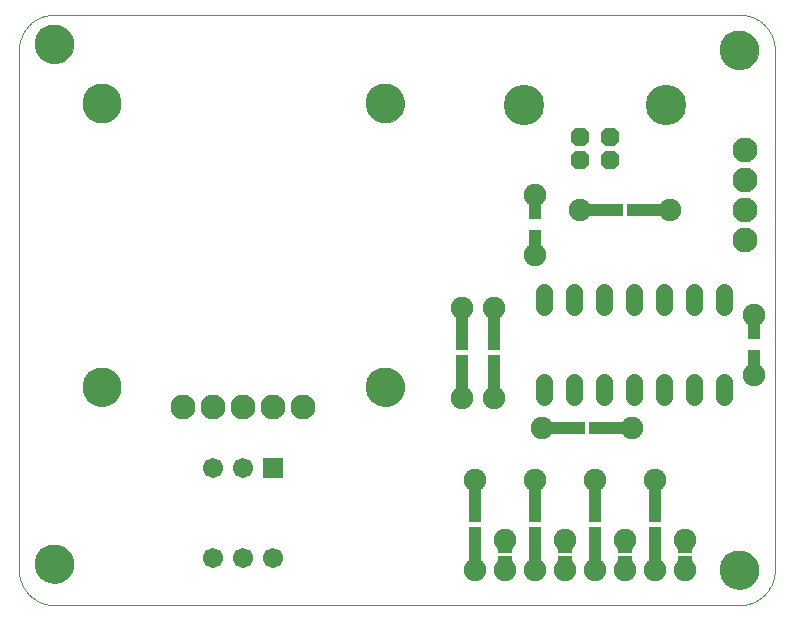
<source format=gts>
G75*
%MOIN*%
%OFA0B0*%
%FSLAX25Y25*%
%IPPOS*%
%LPD*%
%AMOC8*
5,1,8,0,0,1.08239X$1,22.5*
%
%ADD10C,0.00000*%
%ADD11C,0.12998*%
%ADD12R,0.04337X0.10636*%
%ADD13C,0.07487*%
%ADD14C,0.05600*%
%ADD15R,0.12998X0.04337*%
%ADD16OC8,0.06140*%
%ADD17C,0.13455*%
%ADD18R,0.04337X0.12998*%
%ADD19R,0.05124X0.03550*%
%ADD20C,0.08274*%
%ADD21R,0.06699X0.06699*%
%ADD22C,0.06699*%
D10*
X0015606Y0017535D02*
X0015606Y0190764D01*
X0015609Y0191049D01*
X0015620Y0191335D01*
X0015637Y0191620D01*
X0015661Y0191904D01*
X0015692Y0192188D01*
X0015730Y0192471D01*
X0015775Y0192752D01*
X0015826Y0193033D01*
X0015884Y0193313D01*
X0015949Y0193591D01*
X0016021Y0193867D01*
X0016099Y0194141D01*
X0016184Y0194414D01*
X0016276Y0194684D01*
X0016374Y0194952D01*
X0016478Y0195218D01*
X0016589Y0195481D01*
X0016706Y0195741D01*
X0016829Y0195999D01*
X0016959Y0196253D01*
X0017095Y0196504D01*
X0017236Y0196752D01*
X0017384Y0196996D01*
X0017537Y0197237D01*
X0017697Y0197473D01*
X0017862Y0197706D01*
X0018032Y0197935D01*
X0018208Y0198160D01*
X0018390Y0198380D01*
X0018576Y0198596D01*
X0018768Y0198807D01*
X0018965Y0199014D01*
X0019167Y0199216D01*
X0019374Y0199413D01*
X0019585Y0199605D01*
X0019801Y0199791D01*
X0020021Y0199973D01*
X0020246Y0200149D01*
X0020475Y0200319D01*
X0020708Y0200484D01*
X0020944Y0200644D01*
X0021185Y0200797D01*
X0021429Y0200945D01*
X0021677Y0201086D01*
X0021928Y0201222D01*
X0022182Y0201352D01*
X0022440Y0201475D01*
X0022700Y0201592D01*
X0022963Y0201703D01*
X0023229Y0201807D01*
X0023497Y0201905D01*
X0023767Y0201997D01*
X0024040Y0202082D01*
X0024314Y0202160D01*
X0024590Y0202232D01*
X0024868Y0202297D01*
X0025148Y0202355D01*
X0025429Y0202406D01*
X0025710Y0202451D01*
X0025993Y0202489D01*
X0026277Y0202520D01*
X0026561Y0202544D01*
X0026846Y0202561D01*
X0027132Y0202572D01*
X0027417Y0202575D01*
X0255764Y0202575D01*
X0249465Y0190764D02*
X0249467Y0190922D01*
X0249473Y0191080D01*
X0249483Y0191238D01*
X0249497Y0191396D01*
X0249515Y0191553D01*
X0249536Y0191710D01*
X0249562Y0191866D01*
X0249592Y0192022D01*
X0249625Y0192177D01*
X0249663Y0192330D01*
X0249704Y0192483D01*
X0249749Y0192635D01*
X0249798Y0192786D01*
X0249851Y0192935D01*
X0249907Y0193083D01*
X0249967Y0193229D01*
X0250031Y0193374D01*
X0250099Y0193517D01*
X0250170Y0193659D01*
X0250244Y0193799D01*
X0250322Y0193936D01*
X0250404Y0194072D01*
X0250488Y0194206D01*
X0250577Y0194337D01*
X0250668Y0194466D01*
X0250763Y0194593D01*
X0250860Y0194718D01*
X0250961Y0194840D01*
X0251065Y0194959D01*
X0251172Y0195076D01*
X0251282Y0195190D01*
X0251395Y0195301D01*
X0251510Y0195410D01*
X0251628Y0195515D01*
X0251749Y0195617D01*
X0251872Y0195717D01*
X0251998Y0195813D01*
X0252126Y0195906D01*
X0252256Y0195996D01*
X0252389Y0196082D01*
X0252524Y0196166D01*
X0252660Y0196245D01*
X0252799Y0196322D01*
X0252940Y0196394D01*
X0253082Y0196464D01*
X0253226Y0196529D01*
X0253372Y0196591D01*
X0253519Y0196649D01*
X0253668Y0196704D01*
X0253818Y0196755D01*
X0253969Y0196802D01*
X0254121Y0196845D01*
X0254274Y0196884D01*
X0254429Y0196920D01*
X0254584Y0196951D01*
X0254740Y0196979D01*
X0254896Y0197003D01*
X0255053Y0197023D01*
X0255211Y0197039D01*
X0255368Y0197051D01*
X0255527Y0197059D01*
X0255685Y0197063D01*
X0255843Y0197063D01*
X0256001Y0197059D01*
X0256160Y0197051D01*
X0256317Y0197039D01*
X0256475Y0197023D01*
X0256632Y0197003D01*
X0256788Y0196979D01*
X0256944Y0196951D01*
X0257099Y0196920D01*
X0257254Y0196884D01*
X0257407Y0196845D01*
X0257559Y0196802D01*
X0257710Y0196755D01*
X0257860Y0196704D01*
X0258009Y0196649D01*
X0258156Y0196591D01*
X0258302Y0196529D01*
X0258446Y0196464D01*
X0258588Y0196394D01*
X0258729Y0196322D01*
X0258868Y0196245D01*
X0259004Y0196166D01*
X0259139Y0196082D01*
X0259272Y0195996D01*
X0259402Y0195906D01*
X0259530Y0195813D01*
X0259656Y0195717D01*
X0259779Y0195617D01*
X0259900Y0195515D01*
X0260018Y0195410D01*
X0260133Y0195301D01*
X0260246Y0195190D01*
X0260356Y0195076D01*
X0260463Y0194959D01*
X0260567Y0194840D01*
X0260668Y0194718D01*
X0260765Y0194593D01*
X0260860Y0194466D01*
X0260951Y0194337D01*
X0261040Y0194206D01*
X0261124Y0194072D01*
X0261206Y0193936D01*
X0261284Y0193799D01*
X0261358Y0193659D01*
X0261429Y0193517D01*
X0261497Y0193374D01*
X0261561Y0193229D01*
X0261621Y0193083D01*
X0261677Y0192935D01*
X0261730Y0192786D01*
X0261779Y0192635D01*
X0261824Y0192483D01*
X0261865Y0192330D01*
X0261903Y0192177D01*
X0261936Y0192022D01*
X0261966Y0191866D01*
X0261992Y0191710D01*
X0262013Y0191553D01*
X0262031Y0191396D01*
X0262045Y0191238D01*
X0262055Y0191080D01*
X0262061Y0190922D01*
X0262063Y0190764D01*
X0262061Y0190606D01*
X0262055Y0190448D01*
X0262045Y0190290D01*
X0262031Y0190132D01*
X0262013Y0189975D01*
X0261992Y0189818D01*
X0261966Y0189662D01*
X0261936Y0189506D01*
X0261903Y0189351D01*
X0261865Y0189198D01*
X0261824Y0189045D01*
X0261779Y0188893D01*
X0261730Y0188742D01*
X0261677Y0188593D01*
X0261621Y0188445D01*
X0261561Y0188299D01*
X0261497Y0188154D01*
X0261429Y0188011D01*
X0261358Y0187869D01*
X0261284Y0187729D01*
X0261206Y0187592D01*
X0261124Y0187456D01*
X0261040Y0187322D01*
X0260951Y0187191D01*
X0260860Y0187062D01*
X0260765Y0186935D01*
X0260668Y0186810D01*
X0260567Y0186688D01*
X0260463Y0186569D01*
X0260356Y0186452D01*
X0260246Y0186338D01*
X0260133Y0186227D01*
X0260018Y0186118D01*
X0259900Y0186013D01*
X0259779Y0185911D01*
X0259656Y0185811D01*
X0259530Y0185715D01*
X0259402Y0185622D01*
X0259272Y0185532D01*
X0259139Y0185446D01*
X0259004Y0185362D01*
X0258868Y0185283D01*
X0258729Y0185206D01*
X0258588Y0185134D01*
X0258446Y0185064D01*
X0258302Y0184999D01*
X0258156Y0184937D01*
X0258009Y0184879D01*
X0257860Y0184824D01*
X0257710Y0184773D01*
X0257559Y0184726D01*
X0257407Y0184683D01*
X0257254Y0184644D01*
X0257099Y0184608D01*
X0256944Y0184577D01*
X0256788Y0184549D01*
X0256632Y0184525D01*
X0256475Y0184505D01*
X0256317Y0184489D01*
X0256160Y0184477D01*
X0256001Y0184469D01*
X0255843Y0184465D01*
X0255685Y0184465D01*
X0255527Y0184469D01*
X0255368Y0184477D01*
X0255211Y0184489D01*
X0255053Y0184505D01*
X0254896Y0184525D01*
X0254740Y0184549D01*
X0254584Y0184577D01*
X0254429Y0184608D01*
X0254274Y0184644D01*
X0254121Y0184683D01*
X0253969Y0184726D01*
X0253818Y0184773D01*
X0253668Y0184824D01*
X0253519Y0184879D01*
X0253372Y0184937D01*
X0253226Y0184999D01*
X0253082Y0185064D01*
X0252940Y0185134D01*
X0252799Y0185206D01*
X0252660Y0185283D01*
X0252524Y0185362D01*
X0252389Y0185446D01*
X0252256Y0185532D01*
X0252126Y0185622D01*
X0251998Y0185715D01*
X0251872Y0185811D01*
X0251749Y0185911D01*
X0251628Y0186013D01*
X0251510Y0186118D01*
X0251395Y0186227D01*
X0251282Y0186338D01*
X0251172Y0186452D01*
X0251065Y0186569D01*
X0250961Y0186688D01*
X0250860Y0186810D01*
X0250763Y0186935D01*
X0250668Y0187062D01*
X0250577Y0187191D01*
X0250488Y0187322D01*
X0250404Y0187456D01*
X0250322Y0187592D01*
X0250244Y0187729D01*
X0250170Y0187869D01*
X0250099Y0188011D01*
X0250031Y0188154D01*
X0249967Y0188299D01*
X0249907Y0188445D01*
X0249851Y0188593D01*
X0249798Y0188742D01*
X0249749Y0188893D01*
X0249704Y0189045D01*
X0249663Y0189198D01*
X0249625Y0189351D01*
X0249592Y0189506D01*
X0249562Y0189662D01*
X0249536Y0189818D01*
X0249515Y0189975D01*
X0249497Y0190132D01*
X0249483Y0190290D01*
X0249473Y0190448D01*
X0249467Y0190606D01*
X0249465Y0190764D01*
X0255764Y0202575D02*
X0256049Y0202572D01*
X0256335Y0202561D01*
X0256620Y0202544D01*
X0256904Y0202520D01*
X0257188Y0202489D01*
X0257471Y0202451D01*
X0257752Y0202406D01*
X0258033Y0202355D01*
X0258313Y0202297D01*
X0258591Y0202232D01*
X0258867Y0202160D01*
X0259141Y0202082D01*
X0259414Y0201997D01*
X0259684Y0201905D01*
X0259952Y0201807D01*
X0260218Y0201703D01*
X0260481Y0201592D01*
X0260741Y0201475D01*
X0260999Y0201352D01*
X0261253Y0201222D01*
X0261504Y0201086D01*
X0261752Y0200945D01*
X0261996Y0200797D01*
X0262237Y0200644D01*
X0262473Y0200484D01*
X0262706Y0200319D01*
X0262935Y0200149D01*
X0263160Y0199973D01*
X0263380Y0199791D01*
X0263596Y0199605D01*
X0263807Y0199413D01*
X0264014Y0199216D01*
X0264216Y0199014D01*
X0264413Y0198807D01*
X0264605Y0198596D01*
X0264791Y0198380D01*
X0264973Y0198160D01*
X0265149Y0197935D01*
X0265319Y0197706D01*
X0265484Y0197473D01*
X0265644Y0197237D01*
X0265797Y0196996D01*
X0265945Y0196752D01*
X0266086Y0196504D01*
X0266222Y0196253D01*
X0266352Y0195999D01*
X0266475Y0195741D01*
X0266592Y0195481D01*
X0266703Y0195218D01*
X0266807Y0194952D01*
X0266905Y0194684D01*
X0266997Y0194414D01*
X0267082Y0194141D01*
X0267160Y0193867D01*
X0267232Y0193591D01*
X0267297Y0193313D01*
X0267355Y0193033D01*
X0267406Y0192752D01*
X0267451Y0192471D01*
X0267489Y0192188D01*
X0267520Y0191904D01*
X0267544Y0191620D01*
X0267561Y0191335D01*
X0267572Y0191049D01*
X0267575Y0190764D01*
X0267575Y0017535D01*
X0249465Y0017535D02*
X0249467Y0017693D01*
X0249473Y0017851D01*
X0249483Y0018009D01*
X0249497Y0018167D01*
X0249515Y0018324D01*
X0249536Y0018481D01*
X0249562Y0018637D01*
X0249592Y0018793D01*
X0249625Y0018948D01*
X0249663Y0019101D01*
X0249704Y0019254D01*
X0249749Y0019406D01*
X0249798Y0019557D01*
X0249851Y0019706D01*
X0249907Y0019854D01*
X0249967Y0020000D01*
X0250031Y0020145D01*
X0250099Y0020288D01*
X0250170Y0020430D01*
X0250244Y0020570D01*
X0250322Y0020707D01*
X0250404Y0020843D01*
X0250488Y0020977D01*
X0250577Y0021108D01*
X0250668Y0021237D01*
X0250763Y0021364D01*
X0250860Y0021489D01*
X0250961Y0021611D01*
X0251065Y0021730D01*
X0251172Y0021847D01*
X0251282Y0021961D01*
X0251395Y0022072D01*
X0251510Y0022181D01*
X0251628Y0022286D01*
X0251749Y0022388D01*
X0251872Y0022488D01*
X0251998Y0022584D01*
X0252126Y0022677D01*
X0252256Y0022767D01*
X0252389Y0022853D01*
X0252524Y0022937D01*
X0252660Y0023016D01*
X0252799Y0023093D01*
X0252940Y0023165D01*
X0253082Y0023235D01*
X0253226Y0023300D01*
X0253372Y0023362D01*
X0253519Y0023420D01*
X0253668Y0023475D01*
X0253818Y0023526D01*
X0253969Y0023573D01*
X0254121Y0023616D01*
X0254274Y0023655D01*
X0254429Y0023691D01*
X0254584Y0023722D01*
X0254740Y0023750D01*
X0254896Y0023774D01*
X0255053Y0023794D01*
X0255211Y0023810D01*
X0255368Y0023822D01*
X0255527Y0023830D01*
X0255685Y0023834D01*
X0255843Y0023834D01*
X0256001Y0023830D01*
X0256160Y0023822D01*
X0256317Y0023810D01*
X0256475Y0023794D01*
X0256632Y0023774D01*
X0256788Y0023750D01*
X0256944Y0023722D01*
X0257099Y0023691D01*
X0257254Y0023655D01*
X0257407Y0023616D01*
X0257559Y0023573D01*
X0257710Y0023526D01*
X0257860Y0023475D01*
X0258009Y0023420D01*
X0258156Y0023362D01*
X0258302Y0023300D01*
X0258446Y0023235D01*
X0258588Y0023165D01*
X0258729Y0023093D01*
X0258868Y0023016D01*
X0259004Y0022937D01*
X0259139Y0022853D01*
X0259272Y0022767D01*
X0259402Y0022677D01*
X0259530Y0022584D01*
X0259656Y0022488D01*
X0259779Y0022388D01*
X0259900Y0022286D01*
X0260018Y0022181D01*
X0260133Y0022072D01*
X0260246Y0021961D01*
X0260356Y0021847D01*
X0260463Y0021730D01*
X0260567Y0021611D01*
X0260668Y0021489D01*
X0260765Y0021364D01*
X0260860Y0021237D01*
X0260951Y0021108D01*
X0261040Y0020977D01*
X0261124Y0020843D01*
X0261206Y0020707D01*
X0261284Y0020570D01*
X0261358Y0020430D01*
X0261429Y0020288D01*
X0261497Y0020145D01*
X0261561Y0020000D01*
X0261621Y0019854D01*
X0261677Y0019706D01*
X0261730Y0019557D01*
X0261779Y0019406D01*
X0261824Y0019254D01*
X0261865Y0019101D01*
X0261903Y0018948D01*
X0261936Y0018793D01*
X0261966Y0018637D01*
X0261992Y0018481D01*
X0262013Y0018324D01*
X0262031Y0018167D01*
X0262045Y0018009D01*
X0262055Y0017851D01*
X0262061Y0017693D01*
X0262063Y0017535D01*
X0262061Y0017377D01*
X0262055Y0017219D01*
X0262045Y0017061D01*
X0262031Y0016903D01*
X0262013Y0016746D01*
X0261992Y0016589D01*
X0261966Y0016433D01*
X0261936Y0016277D01*
X0261903Y0016122D01*
X0261865Y0015969D01*
X0261824Y0015816D01*
X0261779Y0015664D01*
X0261730Y0015513D01*
X0261677Y0015364D01*
X0261621Y0015216D01*
X0261561Y0015070D01*
X0261497Y0014925D01*
X0261429Y0014782D01*
X0261358Y0014640D01*
X0261284Y0014500D01*
X0261206Y0014363D01*
X0261124Y0014227D01*
X0261040Y0014093D01*
X0260951Y0013962D01*
X0260860Y0013833D01*
X0260765Y0013706D01*
X0260668Y0013581D01*
X0260567Y0013459D01*
X0260463Y0013340D01*
X0260356Y0013223D01*
X0260246Y0013109D01*
X0260133Y0012998D01*
X0260018Y0012889D01*
X0259900Y0012784D01*
X0259779Y0012682D01*
X0259656Y0012582D01*
X0259530Y0012486D01*
X0259402Y0012393D01*
X0259272Y0012303D01*
X0259139Y0012217D01*
X0259004Y0012133D01*
X0258868Y0012054D01*
X0258729Y0011977D01*
X0258588Y0011905D01*
X0258446Y0011835D01*
X0258302Y0011770D01*
X0258156Y0011708D01*
X0258009Y0011650D01*
X0257860Y0011595D01*
X0257710Y0011544D01*
X0257559Y0011497D01*
X0257407Y0011454D01*
X0257254Y0011415D01*
X0257099Y0011379D01*
X0256944Y0011348D01*
X0256788Y0011320D01*
X0256632Y0011296D01*
X0256475Y0011276D01*
X0256317Y0011260D01*
X0256160Y0011248D01*
X0256001Y0011240D01*
X0255843Y0011236D01*
X0255685Y0011236D01*
X0255527Y0011240D01*
X0255368Y0011248D01*
X0255211Y0011260D01*
X0255053Y0011276D01*
X0254896Y0011296D01*
X0254740Y0011320D01*
X0254584Y0011348D01*
X0254429Y0011379D01*
X0254274Y0011415D01*
X0254121Y0011454D01*
X0253969Y0011497D01*
X0253818Y0011544D01*
X0253668Y0011595D01*
X0253519Y0011650D01*
X0253372Y0011708D01*
X0253226Y0011770D01*
X0253082Y0011835D01*
X0252940Y0011905D01*
X0252799Y0011977D01*
X0252660Y0012054D01*
X0252524Y0012133D01*
X0252389Y0012217D01*
X0252256Y0012303D01*
X0252126Y0012393D01*
X0251998Y0012486D01*
X0251872Y0012582D01*
X0251749Y0012682D01*
X0251628Y0012784D01*
X0251510Y0012889D01*
X0251395Y0012998D01*
X0251282Y0013109D01*
X0251172Y0013223D01*
X0251065Y0013340D01*
X0250961Y0013459D01*
X0250860Y0013581D01*
X0250763Y0013706D01*
X0250668Y0013833D01*
X0250577Y0013962D01*
X0250488Y0014093D01*
X0250404Y0014227D01*
X0250322Y0014363D01*
X0250244Y0014500D01*
X0250170Y0014640D01*
X0250099Y0014782D01*
X0250031Y0014925D01*
X0249967Y0015070D01*
X0249907Y0015216D01*
X0249851Y0015364D01*
X0249798Y0015513D01*
X0249749Y0015664D01*
X0249704Y0015816D01*
X0249663Y0015969D01*
X0249625Y0016122D01*
X0249592Y0016277D01*
X0249562Y0016433D01*
X0249536Y0016589D01*
X0249515Y0016746D01*
X0249497Y0016903D01*
X0249483Y0017061D01*
X0249473Y0017219D01*
X0249467Y0017377D01*
X0249465Y0017535D01*
X0255764Y0005724D02*
X0256049Y0005727D01*
X0256335Y0005738D01*
X0256620Y0005755D01*
X0256904Y0005779D01*
X0257188Y0005810D01*
X0257471Y0005848D01*
X0257752Y0005893D01*
X0258033Y0005944D01*
X0258313Y0006002D01*
X0258591Y0006067D01*
X0258867Y0006139D01*
X0259141Y0006217D01*
X0259414Y0006302D01*
X0259684Y0006394D01*
X0259952Y0006492D01*
X0260218Y0006596D01*
X0260481Y0006707D01*
X0260741Y0006824D01*
X0260999Y0006947D01*
X0261253Y0007077D01*
X0261504Y0007213D01*
X0261752Y0007354D01*
X0261996Y0007502D01*
X0262237Y0007655D01*
X0262473Y0007815D01*
X0262706Y0007980D01*
X0262935Y0008150D01*
X0263160Y0008326D01*
X0263380Y0008508D01*
X0263596Y0008694D01*
X0263807Y0008886D01*
X0264014Y0009083D01*
X0264216Y0009285D01*
X0264413Y0009492D01*
X0264605Y0009703D01*
X0264791Y0009919D01*
X0264973Y0010139D01*
X0265149Y0010364D01*
X0265319Y0010593D01*
X0265484Y0010826D01*
X0265644Y0011062D01*
X0265797Y0011303D01*
X0265945Y0011547D01*
X0266086Y0011795D01*
X0266222Y0012046D01*
X0266352Y0012300D01*
X0266475Y0012558D01*
X0266592Y0012818D01*
X0266703Y0013081D01*
X0266807Y0013347D01*
X0266905Y0013615D01*
X0266997Y0013885D01*
X0267082Y0014158D01*
X0267160Y0014432D01*
X0267232Y0014708D01*
X0267297Y0014986D01*
X0267355Y0015266D01*
X0267406Y0015547D01*
X0267451Y0015828D01*
X0267489Y0016111D01*
X0267520Y0016395D01*
X0267544Y0016679D01*
X0267561Y0016964D01*
X0267572Y0017250D01*
X0267575Y0017535D01*
X0255764Y0005724D02*
X0027417Y0005724D01*
X0027132Y0005727D01*
X0026846Y0005738D01*
X0026561Y0005755D01*
X0026277Y0005779D01*
X0025993Y0005810D01*
X0025710Y0005848D01*
X0025429Y0005893D01*
X0025148Y0005944D01*
X0024868Y0006002D01*
X0024590Y0006067D01*
X0024314Y0006139D01*
X0024040Y0006217D01*
X0023767Y0006302D01*
X0023497Y0006394D01*
X0023229Y0006492D01*
X0022963Y0006596D01*
X0022700Y0006707D01*
X0022440Y0006824D01*
X0022182Y0006947D01*
X0021928Y0007077D01*
X0021677Y0007213D01*
X0021429Y0007354D01*
X0021185Y0007502D01*
X0020944Y0007655D01*
X0020708Y0007815D01*
X0020475Y0007980D01*
X0020246Y0008150D01*
X0020021Y0008326D01*
X0019801Y0008508D01*
X0019585Y0008694D01*
X0019374Y0008886D01*
X0019167Y0009083D01*
X0018965Y0009285D01*
X0018768Y0009492D01*
X0018576Y0009703D01*
X0018390Y0009919D01*
X0018208Y0010139D01*
X0018032Y0010364D01*
X0017862Y0010593D01*
X0017697Y0010826D01*
X0017537Y0011062D01*
X0017384Y0011303D01*
X0017236Y0011547D01*
X0017095Y0011795D01*
X0016959Y0012046D01*
X0016829Y0012300D01*
X0016706Y0012558D01*
X0016589Y0012818D01*
X0016478Y0013081D01*
X0016374Y0013347D01*
X0016276Y0013615D01*
X0016184Y0013885D01*
X0016099Y0014158D01*
X0016021Y0014432D01*
X0015949Y0014708D01*
X0015884Y0014986D01*
X0015826Y0015266D01*
X0015775Y0015547D01*
X0015730Y0015828D01*
X0015692Y0016111D01*
X0015661Y0016395D01*
X0015637Y0016679D01*
X0015620Y0016964D01*
X0015609Y0017250D01*
X0015606Y0017535D01*
X0021118Y0019535D02*
X0021120Y0019693D01*
X0021126Y0019851D01*
X0021136Y0020009D01*
X0021150Y0020167D01*
X0021168Y0020324D01*
X0021189Y0020481D01*
X0021215Y0020637D01*
X0021245Y0020793D01*
X0021278Y0020948D01*
X0021316Y0021101D01*
X0021357Y0021254D01*
X0021402Y0021406D01*
X0021451Y0021557D01*
X0021504Y0021706D01*
X0021560Y0021854D01*
X0021620Y0022000D01*
X0021684Y0022145D01*
X0021752Y0022288D01*
X0021823Y0022430D01*
X0021897Y0022570D01*
X0021975Y0022707D01*
X0022057Y0022843D01*
X0022141Y0022977D01*
X0022230Y0023108D01*
X0022321Y0023237D01*
X0022416Y0023364D01*
X0022513Y0023489D01*
X0022614Y0023611D01*
X0022718Y0023730D01*
X0022825Y0023847D01*
X0022935Y0023961D01*
X0023048Y0024072D01*
X0023163Y0024181D01*
X0023281Y0024286D01*
X0023402Y0024388D01*
X0023525Y0024488D01*
X0023651Y0024584D01*
X0023779Y0024677D01*
X0023909Y0024767D01*
X0024042Y0024853D01*
X0024177Y0024937D01*
X0024313Y0025016D01*
X0024452Y0025093D01*
X0024593Y0025165D01*
X0024735Y0025235D01*
X0024879Y0025300D01*
X0025025Y0025362D01*
X0025172Y0025420D01*
X0025321Y0025475D01*
X0025471Y0025526D01*
X0025622Y0025573D01*
X0025774Y0025616D01*
X0025927Y0025655D01*
X0026082Y0025691D01*
X0026237Y0025722D01*
X0026393Y0025750D01*
X0026549Y0025774D01*
X0026706Y0025794D01*
X0026864Y0025810D01*
X0027021Y0025822D01*
X0027180Y0025830D01*
X0027338Y0025834D01*
X0027496Y0025834D01*
X0027654Y0025830D01*
X0027813Y0025822D01*
X0027970Y0025810D01*
X0028128Y0025794D01*
X0028285Y0025774D01*
X0028441Y0025750D01*
X0028597Y0025722D01*
X0028752Y0025691D01*
X0028907Y0025655D01*
X0029060Y0025616D01*
X0029212Y0025573D01*
X0029363Y0025526D01*
X0029513Y0025475D01*
X0029662Y0025420D01*
X0029809Y0025362D01*
X0029955Y0025300D01*
X0030099Y0025235D01*
X0030241Y0025165D01*
X0030382Y0025093D01*
X0030521Y0025016D01*
X0030657Y0024937D01*
X0030792Y0024853D01*
X0030925Y0024767D01*
X0031055Y0024677D01*
X0031183Y0024584D01*
X0031309Y0024488D01*
X0031432Y0024388D01*
X0031553Y0024286D01*
X0031671Y0024181D01*
X0031786Y0024072D01*
X0031899Y0023961D01*
X0032009Y0023847D01*
X0032116Y0023730D01*
X0032220Y0023611D01*
X0032321Y0023489D01*
X0032418Y0023364D01*
X0032513Y0023237D01*
X0032604Y0023108D01*
X0032693Y0022977D01*
X0032777Y0022843D01*
X0032859Y0022707D01*
X0032937Y0022570D01*
X0033011Y0022430D01*
X0033082Y0022288D01*
X0033150Y0022145D01*
X0033214Y0022000D01*
X0033274Y0021854D01*
X0033330Y0021706D01*
X0033383Y0021557D01*
X0033432Y0021406D01*
X0033477Y0021254D01*
X0033518Y0021101D01*
X0033556Y0020948D01*
X0033589Y0020793D01*
X0033619Y0020637D01*
X0033645Y0020481D01*
X0033666Y0020324D01*
X0033684Y0020167D01*
X0033698Y0020009D01*
X0033708Y0019851D01*
X0033714Y0019693D01*
X0033716Y0019535D01*
X0033714Y0019377D01*
X0033708Y0019219D01*
X0033698Y0019061D01*
X0033684Y0018903D01*
X0033666Y0018746D01*
X0033645Y0018589D01*
X0033619Y0018433D01*
X0033589Y0018277D01*
X0033556Y0018122D01*
X0033518Y0017969D01*
X0033477Y0017816D01*
X0033432Y0017664D01*
X0033383Y0017513D01*
X0033330Y0017364D01*
X0033274Y0017216D01*
X0033214Y0017070D01*
X0033150Y0016925D01*
X0033082Y0016782D01*
X0033011Y0016640D01*
X0032937Y0016500D01*
X0032859Y0016363D01*
X0032777Y0016227D01*
X0032693Y0016093D01*
X0032604Y0015962D01*
X0032513Y0015833D01*
X0032418Y0015706D01*
X0032321Y0015581D01*
X0032220Y0015459D01*
X0032116Y0015340D01*
X0032009Y0015223D01*
X0031899Y0015109D01*
X0031786Y0014998D01*
X0031671Y0014889D01*
X0031553Y0014784D01*
X0031432Y0014682D01*
X0031309Y0014582D01*
X0031183Y0014486D01*
X0031055Y0014393D01*
X0030925Y0014303D01*
X0030792Y0014217D01*
X0030657Y0014133D01*
X0030521Y0014054D01*
X0030382Y0013977D01*
X0030241Y0013905D01*
X0030099Y0013835D01*
X0029955Y0013770D01*
X0029809Y0013708D01*
X0029662Y0013650D01*
X0029513Y0013595D01*
X0029363Y0013544D01*
X0029212Y0013497D01*
X0029060Y0013454D01*
X0028907Y0013415D01*
X0028752Y0013379D01*
X0028597Y0013348D01*
X0028441Y0013320D01*
X0028285Y0013296D01*
X0028128Y0013276D01*
X0027970Y0013260D01*
X0027813Y0013248D01*
X0027654Y0013240D01*
X0027496Y0013236D01*
X0027338Y0013236D01*
X0027180Y0013240D01*
X0027021Y0013248D01*
X0026864Y0013260D01*
X0026706Y0013276D01*
X0026549Y0013296D01*
X0026393Y0013320D01*
X0026237Y0013348D01*
X0026082Y0013379D01*
X0025927Y0013415D01*
X0025774Y0013454D01*
X0025622Y0013497D01*
X0025471Y0013544D01*
X0025321Y0013595D01*
X0025172Y0013650D01*
X0025025Y0013708D01*
X0024879Y0013770D01*
X0024735Y0013835D01*
X0024593Y0013905D01*
X0024452Y0013977D01*
X0024313Y0014054D01*
X0024177Y0014133D01*
X0024042Y0014217D01*
X0023909Y0014303D01*
X0023779Y0014393D01*
X0023651Y0014486D01*
X0023525Y0014582D01*
X0023402Y0014682D01*
X0023281Y0014784D01*
X0023163Y0014889D01*
X0023048Y0014998D01*
X0022935Y0015109D01*
X0022825Y0015223D01*
X0022718Y0015340D01*
X0022614Y0015459D01*
X0022513Y0015581D01*
X0022416Y0015706D01*
X0022321Y0015833D01*
X0022230Y0015962D01*
X0022141Y0016093D01*
X0022057Y0016227D01*
X0021975Y0016363D01*
X0021897Y0016500D01*
X0021823Y0016640D01*
X0021752Y0016782D01*
X0021684Y0016925D01*
X0021620Y0017070D01*
X0021560Y0017216D01*
X0021504Y0017364D01*
X0021451Y0017513D01*
X0021402Y0017664D01*
X0021357Y0017816D01*
X0021316Y0017969D01*
X0021278Y0018122D01*
X0021245Y0018277D01*
X0021215Y0018433D01*
X0021189Y0018589D01*
X0021168Y0018746D01*
X0021150Y0018903D01*
X0021136Y0019061D01*
X0021126Y0019219D01*
X0021120Y0019377D01*
X0021118Y0019535D01*
X0036866Y0078480D02*
X0036868Y0078638D01*
X0036874Y0078796D01*
X0036884Y0078954D01*
X0036898Y0079112D01*
X0036916Y0079269D01*
X0036937Y0079426D01*
X0036963Y0079582D01*
X0036993Y0079738D01*
X0037026Y0079893D01*
X0037064Y0080046D01*
X0037105Y0080199D01*
X0037150Y0080351D01*
X0037199Y0080502D01*
X0037252Y0080651D01*
X0037308Y0080799D01*
X0037368Y0080945D01*
X0037432Y0081090D01*
X0037500Y0081233D01*
X0037571Y0081375D01*
X0037645Y0081515D01*
X0037723Y0081652D01*
X0037805Y0081788D01*
X0037889Y0081922D01*
X0037978Y0082053D01*
X0038069Y0082182D01*
X0038164Y0082309D01*
X0038261Y0082434D01*
X0038362Y0082556D01*
X0038466Y0082675D01*
X0038573Y0082792D01*
X0038683Y0082906D01*
X0038796Y0083017D01*
X0038911Y0083126D01*
X0039029Y0083231D01*
X0039150Y0083333D01*
X0039273Y0083433D01*
X0039399Y0083529D01*
X0039527Y0083622D01*
X0039657Y0083712D01*
X0039790Y0083798D01*
X0039925Y0083882D01*
X0040061Y0083961D01*
X0040200Y0084038D01*
X0040341Y0084110D01*
X0040483Y0084180D01*
X0040627Y0084245D01*
X0040773Y0084307D01*
X0040920Y0084365D01*
X0041069Y0084420D01*
X0041219Y0084471D01*
X0041370Y0084518D01*
X0041522Y0084561D01*
X0041675Y0084600D01*
X0041830Y0084636D01*
X0041985Y0084667D01*
X0042141Y0084695D01*
X0042297Y0084719D01*
X0042454Y0084739D01*
X0042612Y0084755D01*
X0042769Y0084767D01*
X0042928Y0084775D01*
X0043086Y0084779D01*
X0043244Y0084779D01*
X0043402Y0084775D01*
X0043561Y0084767D01*
X0043718Y0084755D01*
X0043876Y0084739D01*
X0044033Y0084719D01*
X0044189Y0084695D01*
X0044345Y0084667D01*
X0044500Y0084636D01*
X0044655Y0084600D01*
X0044808Y0084561D01*
X0044960Y0084518D01*
X0045111Y0084471D01*
X0045261Y0084420D01*
X0045410Y0084365D01*
X0045557Y0084307D01*
X0045703Y0084245D01*
X0045847Y0084180D01*
X0045989Y0084110D01*
X0046130Y0084038D01*
X0046269Y0083961D01*
X0046405Y0083882D01*
X0046540Y0083798D01*
X0046673Y0083712D01*
X0046803Y0083622D01*
X0046931Y0083529D01*
X0047057Y0083433D01*
X0047180Y0083333D01*
X0047301Y0083231D01*
X0047419Y0083126D01*
X0047534Y0083017D01*
X0047647Y0082906D01*
X0047757Y0082792D01*
X0047864Y0082675D01*
X0047968Y0082556D01*
X0048069Y0082434D01*
X0048166Y0082309D01*
X0048261Y0082182D01*
X0048352Y0082053D01*
X0048441Y0081922D01*
X0048525Y0081788D01*
X0048607Y0081652D01*
X0048685Y0081515D01*
X0048759Y0081375D01*
X0048830Y0081233D01*
X0048898Y0081090D01*
X0048962Y0080945D01*
X0049022Y0080799D01*
X0049078Y0080651D01*
X0049131Y0080502D01*
X0049180Y0080351D01*
X0049225Y0080199D01*
X0049266Y0080046D01*
X0049304Y0079893D01*
X0049337Y0079738D01*
X0049367Y0079582D01*
X0049393Y0079426D01*
X0049414Y0079269D01*
X0049432Y0079112D01*
X0049446Y0078954D01*
X0049456Y0078796D01*
X0049462Y0078638D01*
X0049464Y0078480D01*
X0049462Y0078322D01*
X0049456Y0078164D01*
X0049446Y0078006D01*
X0049432Y0077848D01*
X0049414Y0077691D01*
X0049393Y0077534D01*
X0049367Y0077378D01*
X0049337Y0077222D01*
X0049304Y0077067D01*
X0049266Y0076914D01*
X0049225Y0076761D01*
X0049180Y0076609D01*
X0049131Y0076458D01*
X0049078Y0076309D01*
X0049022Y0076161D01*
X0048962Y0076015D01*
X0048898Y0075870D01*
X0048830Y0075727D01*
X0048759Y0075585D01*
X0048685Y0075445D01*
X0048607Y0075308D01*
X0048525Y0075172D01*
X0048441Y0075038D01*
X0048352Y0074907D01*
X0048261Y0074778D01*
X0048166Y0074651D01*
X0048069Y0074526D01*
X0047968Y0074404D01*
X0047864Y0074285D01*
X0047757Y0074168D01*
X0047647Y0074054D01*
X0047534Y0073943D01*
X0047419Y0073834D01*
X0047301Y0073729D01*
X0047180Y0073627D01*
X0047057Y0073527D01*
X0046931Y0073431D01*
X0046803Y0073338D01*
X0046673Y0073248D01*
X0046540Y0073162D01*
X0046405Y0073078D01*
X0046269Y0072999D01*
X0046130Y0072922D01*
X0045989Y0072850D01*
X0045847Y0072780D01*
X0045703Y0072715D01*
X0045557Y0072653D01*
X0045410Y0072595D01*
X0045261Y0072540D01*
X0045111Y0072489D01*
X0044960Y0072442D01*
X0044808Y0072399D01*
X0044655Y0072360D01*
X0044500Y0072324D01*
X0044345Y0072293D01*
X0044189Y0072265D01*
X0044033Y0072241D01*
X0043876Y0072221D01*
X0043718Y0072205D01*
X0043561Y0072193D01*
X0043402Y0072185D01*
X0043244Y0072181D01*
X0043086Y0072181D01*
X0042928Y0072185D01*
X0042769Y0072193D01*
X0042612Y0072205D01*
X0042454Y0072221D01*
X0042297Y0072241D01*
X0042141Y0072265D01*
X0041985Y0072293D01*
X0041830Y0072324D01*
X0041675Y0072360D01*
X0041522Y0072399D01*
X0041370Y0072442D01*
X0041219Y0072489D01*
X0041069Y0072540D01*
X0040920Y0072595D01*
X0040773Y0072653D01*
X0040627Y0072715D01*
X0040483Y0072780D01*
X0040341Y0072850D01*
X0040200Y0072922D01*
X0040061Y0072999D01*
X0039925Y0073078D01*
X0039790Y0073162D01*
X0039657Y0073248D01*
X0039527Y0073338D01*
X0039399Y0073431D01*
X0039273Y0073527D01*
X0039150Y0073627D01*
X0039029Y0073729D01*
X0038911Y0073834D01*
X0038796Y0073943D01*
X0038683Y0074054D01*
X0038573Y0074168D01*
X0038466Y0074285D01*
X0038362Y0074404D01*
X0038261Y0074526D01*
X0038164Y0074651D01*
X0038069Y0074778D01*
X0037978Y0074907D01*
X0037889Y0075038D01*
X0037805Y0075172D01*
X0037723Y0075308D01*
X0037645Y0075445D01*
X0037571Y0075585D01*
X0037500Y0075727D01*
X0037432Y0075870D01*
X0037368Y0076015D01*
X0037308Y0076161D01*
X0037252Y0076309D01*
X0037199Y0076458D01*
X0037150Y0076609D01*
X0037105Y0076761D01*
X0037064Y0076914D01*
X0037026Y0077067D01*
X0036993Y0077222D01*
X0036963Y0077378D01*
X0036937Y0077534D01*
X0036916Y0077691D01*
X0036898Y0077848D01*
X0036884Y0078006D01*
X0036874Y0078164D01*
X0036868Y0078322D01*
X0036866Y0078480D01*
X0131355Y0078480D02*
X0131357Y0078638D01*
X0131363Y0078796D01*
X0131373Y0078954D01*
X0131387Y0079112D01*
X0131405Y0079269D01*
X0131426Y0079426D01*
X0131452Y0079582D01*
X0131482Y0079738D01*
X0131515Y0079893D01*
X0131553Y0080046D01*
X0131594Y0080199D01*
X0131639Y0080351D01*
X0131688Y0080502D01*
X0131741Y0080651D01*
X0131797Y0080799D01*
X0131857Y0080945D01*
X0131921Y0081090D01*
X0131989Y0081233D01*
X0132060Y0081375D01*
X0132134Y0081515D01*
X0132212Y0081652D01*
X0132294Y0081788D01*
X0132378Y0081922D01*
X0132467Y0082053D01*
X0132558Y0082182D01*
X0132653Y0082309D01*
X0132750Y0082434D01*
X0132851Y0082556D01*
X0132955Y0082675D01*
X0133062Y0082792D01*
X0133172Y0082906D01*
X0133285Y0083017D01*
X0133400Y0083126D01*
X0133518Y0083231D01*
X0133639Y0083333D01*
X0133762Y0083433D01*
X0133888Y0083529D01*
X0134016Y0083622D01*
X0134146Y0083712D01*
X0134279Y0083798D01*
X0134414Y0083882D01*
X0134550Y0083961D01*
X0134689Y0084038D01*
X0134830Y0084110D01*
X0134972Y0084180D01*
X0135116Y0084245D01*
X0135262Y0084307D01*
X0135409Y0084365D01*
X0135558Y0084420D01*
X0135708Y0084471D01*
X0135859Y0084518D01*
X0136011Y0084561D01*
X0136164Y0084600D01*
X0136319Y0084636D01*
X0136474Y0084667D01*
X0136630Y0084695D01*
X0136786Y0084719D01*
X0136943Y0084739D01*
X0137101Y0084755D01*
X0137258Y0084767D01*
X0137417Y0084775D01*
X0137575Y0084779D01*
X0137733Y0084779D01*
X0137891Y0084775D01*
X0138050Y0084767D01*
X0138207Y0084755D01*
X0138365Y0084739D01*
X0138522Y0084719D01*
X0138678Y0084695D01*
X0138834Y0084667D01*
X0138989Y0084636D01*
X0139144Y0084600D01*
X0139297Y0084561D01*
X0139449Y0084518D01*
X0139600Y0084471D01*
X0139750Y0084420D01*
X0139899Y0084365D01*
X0140046Y0084307D01*
X0140192Y0084245D01*
X0140336Y0084180D01*
X0140478Y0084110D01*
X0140619Y0084038D01*
X0140758Y0083961D01*
X0140894Y0083882D01*
X0141029Y0083798D01*
X0141162Y0083712D01*
X0141292Y0083622D01*
X0141420Y0083529D01*
X0141546Y0083433D01*
X0141669Y0083333D01*
X0141790Y0083231D01*
X0141908Y0083126D01*
X0142023Y0083017D01*
X0142136Y0082906D01*
X0142246Y0082792D01*
X0142353Y0082675D01*
X0142457Y0082556D01*
X0142558Y0082434D01*
X0142655Y0082309D01*
X0142750Y0082182D01*
X0142841Y0082053D01*
X0142930Y0081922D01*
X0143014Y0081788D01*
X0143096Y0081652D01*
X0143174Y0081515D01*
X0143248Y0081375D01*
X0143319Y0081233D01*
X0143387Y0081090D01*
X0143451Y0080945D01*
X0143511Y0080799D01*
X0143567Y0080651D01*
X0143620Y0080502D01*
X0143669Y0080351D01*
X0143714Y0080199D01*
X0143755Y0080046D01*
X0143793Y0079893D01*
X0143826Y0079738D01*
X0143856Y0079582D01*
X0143882Y0079426D01*
X0143903Y0079269D01*
X0143921Y0079112D01*
X0143935Y0078954D01*
X0143945Y0078796D01*
X0143951Y0078638D01*
X0143953Y0078480D01*
X0143951Y0078322D01*
X0143945Y0078164D01*
X0143935Y0078006D01*
X0143921Y0077848D01*
X0143903Y0077691D01*
X0143882Y0077534D01*
X0143856Y0077378D01*
X0143826Y0077222D01*
X0143793Y0077067D01*
X0143755Y0076914D01*
X0143714Y0076761D01*
X0143669Y0076609D01*
X0143620Y0076458D01*
X0143567Y0076309D01*
X0143511Y0076161D01*
X0143451Y0076015D01*
X0143387Y0075870D01*
X0143319Y0075727D01*
X0143248Y0075585D01*
X0143174Y0075445D01*
X0143096Y0075308D01*
X0143014Y0075172D01*
X0142930Y0075038D01*
X0142841Y0074907D01*
X0142750Y0074778D01*
X0142655Y0074651D01*
X0142558Y0074526D01*
X0142457Y0074404D01*
X0142353Y0074285D01*
X0142246Y0074168D01*
X0142136Y0074054D01*
X0142023Y0073943D01*
X0141908Y0073834D01*
X0141790Y0073729D01*
X0141669Y0073627D01*
X0141546Y0073527D01*
X0141420Y0073431D01*
X0141292Y0073338D01*
X0141162Y0073248D01*
X0141029Y0073162D01*
X0140894Y0073078D01*
X0140758Y0072999D01*
X0140619Y0072922D01*
X0140478Y0072850D01*
X0140336Y0072780D01*
X0140192Y0072715D01*
X0140046Y0072653D01*
X0139899Y0072595D01*
X0139750Y0072540D01*
X0139600Y0072489D01*
X0139449Y0072442D01*
X0139297Y0072399D01*
X0139144Y0072360D01*
X0138989Y0072324D01*
X0138834Y0072293D01*
X0138678Y0072265D01*
X0138522Y0072241D01*
X0138365Y0072221D01*
X0138207Y0072205D01*
X0138050Y0072193D01*
X0137891Y0072185D01*
X0137733Y0072181D01*
X0137575Y0072181D01*
X0137417Y0072185D01*
X0137258Y0072193D01*
X0137101Y0072205D01*
X0136943Y0072221D01*
X0136786Y0072241D01*
X0136630Y0072265D01*
X0136474Y0072293D01*
X0136319Y0072324D01*
X0136164Y0072360D01*
X0136011Y0072399D01*
X0135859Y0072442D01*
X0135708Y0072489D01*
X0135558Y0072540D01*
X0135409Y0072595D01*
X0135262Y0072653D01*
X0135116Y0072715D01*
X0134972Y0072780D01*
X0134830Y0072850D01*
X0134689Y0072922D01*
X0134550Y0072999D01*
X0134414Y0073078D01*
X0134279Y0073162D01*
X0134146Y0073248D01*
X0134016Y0073338D01*
X0133888Y0073431D01*
X0133762Y0073527D01*
X0133639Y0073627D01*
X0133518Y0073729D01*
X0133400Y0073834D01*
X0133285Y0073943D01*
X0133172Y0074054D01*
X0133062Y0074168D01*
X0132955Y0074285D01*
X0132851Y0074404D01*
X0132750Y0074526D01*
X0132653Y0074651D01*
X0132558Y0074778D01*
X0132467Y0074907D01*
X0132378Y0075038D01*
X0132294Y0075172D01*
X0132212Y0075308D01*
X0132134Y0075445D01*
X0132060Y0075585D01*
X0131989Y0075727D01*
X0131921Y0075870D01*
X0131857Y0076015D01*
X0131797Y0076161D01*
X0131741Y0076309D01*
X0131688Y0076458D01*
X0131639Y0076609D01*
X0131594Y0076761D01*
X0131553Y0076914D01*
X0131515Y0077067D01*
X0131482Y0077222D01*
X0131452Y0077378D01*
X0131426Y0077534D01*
X0131405Y0077691D01*
X0131387Y0077848D01*
X0131373Y0078006D01*
X0131363Y0078164D01*
X0131357Y0078322D01*
X0131355Y0078480D01*
X0131355Y0172969D02*
X0131357Y0173127D01*
X0131363Y0173285D01*
X0131373Y0173443D01*
X0131387Y0173601D01*
X0131405Y0173758D01*
X0131426Y0173915D01*
X0131452Y0174071D01*
X0131482Y0174227D01*
X0131515Y0174382D01*
X0131553Y0174535D01*
X0131594Y0174688D01*
X0131639Y0174840D01*
X0131688Y0174991D01*
X0131741Y0175140D01*
X0131797Y0175288D01*
X0131857Y0175434D01*
X0131921Y0175579D01*
X0131989Y0175722D01*
X0132060Y0175864D01*
X0132134Y0176004D01*
X0132212Y0176141D01*
X0132294Y0176277D01*
X0132378Y0176411D01*
X0132467Y0176542D01*
X0132558Y0176671D01*
X0132653Y0176798D01*
X0132750Y0176923D01*
X0132851Y0177045D01*
X0132955Y0177164D01*
X0133062Y0177281D01*
X0133172Y0177395D01*
X0133285Y0177506D01*
X0133400Y0177615D01*
X0133518Y0177720D01*
X0133639Y0177822D01*
X0133762Y0177922D01*
X0133888Y0178018D01*
X0134016Y0178111D01*
X0134146Y0178201D01*
X0134279Y0178287D01*
X0134414Y0178371D01*
X0134550Y0178450D01*
X0134689Y0178527D01*
X0134830Y0178599D01*
X0134972Y0178669D01*
X0135116Y0178734D01*
X0135262Y0178796D01*
X0135409Y0178854D01*
X0135558Y0178909D01*
X0135708Y0178960D01*
X0135859Y0179007D01*
X0136011Y0179050D01*
X0136164Y0179089D01*
X0136319Y0179125D01*
X0136474Y0179156D01*
X0136630Y0179184D01*
X0136786Y0179208D01*
X0136943Y0179228D01*
X0137101Y0179244D01*
X0137258Y0179256D01*
X0137417Y0179264D01*
X0137575Y0179268D01*
X0137733Y0179268D01*
X0137891Y0179264D01*
X0138050Y0179256D01*
X0138207Y0179244D01*
X0138365Y0179228D01*
X0138522Y0179208D01*
X0138678Y0179184D01*
X0138834Y0179156D01*
X0138989Y0179125D01*
X0139144Y0179089D01*
X0139297Y0179050D01*
X0139449Y0179007D01*
X0139600Y0178960D01*
X0139750Y0178909D01*
X0139899Y0178854D01*
X0140046Y0178796D01*
X0140192Y0178734D01*
X0140336Y0178669D01*
X0140478Y0178599D01*
X0140619Y0178527D01*
X0140758Y0178450D01*
X0140894Y0178371D01*
X0141029Y0178287D01*
X0141162Y0178201D01*
X0141292Y0178111D01*
X0141420Y0178018D01*
X0141546Y0177922D01*
X0141669Y0177822D01*
X0141790Y0177720D01*
X0141908Y0177615D01*
X0142023Y0177506D01*
X0142136Y0177395D01*
X0142246Y0177281D01*
X0142353Y0177164D01*
X0142457Y0177045D01*
X0142558Y0176923D01*
X0142655Y0176798D01*
X0142750Y0176671D01*
X0142841Y0176542D01*
X0142930Y0176411D01*
X0143014Y0176277D01*
X0143096Y0176141D01*
X0143174Y0176004D01*
X0143248Y0175864D01*
X0143319Y0175722D01*
X0143387Y0175579D01*
X0143451Y0175434D01*
X0143511Y0175288D01*
X0143567Y0175140D01*
X0143620Y0174991D01*
X0143669Y0174840D01*
X0143714Y0174688D01*
X0143755Y0174535D01*
X0143793Y0174382D01*
X0143826Y0174227D01*
X0143856Y0174071D01*
X0143882Y0173915D01*
X0143903Y0173758D01*
X0143921Y0173601D01*
X0143935Y0173443D01*
X0143945Y0173285D01*
X0143951Y0173127D01*
X0143953Y0172969D01*
X0143951Y0172811D01*
X0143945Y0172653D01*
X0143935Y0172495D01*
X0143921Y0172337D01*
X0143903Y0172180D01*
X0143882Y0172023D01*
X0143856Y0171867D01*
X0143826Y0171711D01*
X0143793Y0171556D01*
X0143755Y0171403D01*
X0143714Y0171250D01*
X0143669Y0171098D01*
X0143620Y0170947D01*
X0143567Y0170798D01*
X0143511Y0170650D01*
X0143451Y0170504D01*
X0143387Y0170359D01*
X0143319Y0170216D01*
X0143248Y0170074D01*
X0143174Y0169934D01*
X0143096Y0169797D01*
X0143014Y0169661D01*
X0142930Y0169527D01*
X0142841Y0169396D01*
X0142750Y0169267D01*
X0142655Y0169140D01*
X0142558Y0169015D01*
X0142457Y0168893D01*
X0142353Y0168774D01*
X0142246Y0168657D01*
X0142136Y0168543D01*
X0142023Y0168432D01*
X0141908Y0168323D01*
X0141790Y0168218D01*
X0141669Y0168116D01*
X0141546Y0168016D01*
X0141420Y0167920D01*
X0141292Y0167827D01*
X0141162Y0167737D01*
X0141029Y0167651D01*
X0140894Y0167567D01*
X0140758Y0167488D01*
X0140619Y0167411D01*
X0140478Y0167339D01*
X0140336Y0167269D01*
X0140192Y0167204D01*
X0140046Y0167142D01*
X0139899Y0167084D01*
X0139750Y0167029D01*
X0139600Y0166978D01*
X0139449Y0166931D01*
X0139297Y0166888D01*
X0139144Y0166849D01*
X0138989Y0166813D01*
X0138834Y0166782D01*
X0138678Y0166754D01*
X0138522Y0166730D01*
X0138365Y0166710D01*
X0138207Y0166694D01*
X0138050Y0166682D01*
X0137891Y0166674D01*
X0137733Y0166670D01*
X0137575Y0166670D01*
X0137417Y0166674D01*
X0137258Y0166682D01*
X0137101Y0166694D01*
X0136943Y0166710D01*
X0136786Y0166730D01*
X0136630Y0166754D01*
X0136474Y0166782D01*
X0136319Y0166813D01*
X0136164Y0166849D01*
X0136011Y0166888D01*
X0135859Y0166931D01*
X0135708Y0166978D01*
X0135558Y0167029D01*
X0135409Y0167084D01*
X0135262Y0167142D01*
X0135116Y0167204D01*
X0134972Y0167269D01*
X0134830Y0167339D01*
X0134689Y0167411D01*
X0134550Y0167488D01*
X0134414Y0167567D01*
X0134279Y0167651D01*
X0134146Y0167737D01*
X0134016Y0167827D01*
X0133888Y0167920D01*
X0133762Y0168016D01*
X0133639Y0168116D01*
X0133518Y0168218D01*
X0133400Y0168323D01*
X0133285Y0168432D01*
X0133172Y0168543D01*
X0133062Y0168657D01*
X0132955Y0168774D01*
X0132851Y0168893D01*
X0132750Y0169015D01*
X0132653Y0169140D01*
X0132558Y0169267D01*
X0132467Y0169396D01*
X0132378Y0169527D01*
X0132294Y0169661D01*
X0132212Y0169797D01*
X0132134Y0169934D01*
X0132060Y0170074D01*
X0131989Y0170216D01*
X0131921Y0170359D01*
X0131857Y0170504D01*
X0131797Y0170650D01*
X0131741Y0170798D01*
X0131688Y0170947D01*
X0131639Y0171098D01*
X0131594Y0171250D01*
X0131553Y0171403D01*
X0131515Y0171556D01*
X0131482Y0171711D01*
X0131452Y0171867D01*
X0131426Y0172023D01*
X0131405Y0172180D01*
X0131387Y0172337D01*
X0131373Y0172495D01*
X0131363Y0172653D01*
X0131357Y0172811D01*
X0131355Y0172969D01*
X0036866Y0172969D02*
X0036868Y0173127D01*
X0036874Y0173285D01*
X0036884Y0173443D01*
X0036898Y0173601D01*
X0036916Y0173758D01*
X0036937Y0173915D01*
X0036963Y0174071D01*
X0036993Y0174227D01*
X0037026Y0174382D01*
X0037064Y0174535D01*
X0037105Y0174688D01*
X0037150Y0174840D01*
X0037199Y0174991D01*
X0037252Y0175140D01*
X0037308Y0175288D01*
X0037368Y0175434D01*
X0037432Y0175579D01*
X0037500Y0175722D01*
X0037571Y0175864D01*
X0037645Y0176004D01*
X0037723Y0176141D01*
X0037805Y0176277D01*
X0037889Y0176411D01*
X0037978Y0176542D01*
X0038069Y0176671D01*
X0038164Y0176798D01*
X0038261Y0176923D01*
X0038362Y0177045D01*
X0038466Y0177164D01*
X0038573Y0177281D01*
X0038683Y0177395D01*
X0038796Y0177506D01*
X0038911Y0177615D01*
X0039029Y0177720D01*
X0039150Y0177822D01*
X0039273Y0177922D01*
X0039399Y0178018D01*
X0039527Y0178111D01*
X0039657Y0178201D01*
X0039790Y0178287D01*
X0039925Y0178371D01*
X0040061Y0178450D01*
X0040200Y0178527D01*
X0040341Y0178599D01*
X0040483Y0178669D01*
X0040627Y0178734D01*
X0040773Y0178796D01*
X0040920Y0178854D01*
X0041069Y0178909D01*
X0041219Y0178960D01*
X0041370Y0179007D01*
X0041522Y0179050D01*
X0041675Y0179089D01*
X0041830Y0179125D01*
X0041985Y0179156D01*
X0042141Y0179184D01*
X0042297Y0179208D01*
X0042454Y0179228D01*
X0042612Y0179244D01*
X0042769Y0179256D01*
X0042928Y0179264D01*
X0043086Y0179268D01*
X0043244Y0179268D01*
X0043402Y0179264D01*
X0043561Y0179256D01*
X0043718Y0179244D01*
X0043876Y0179228D01*
X0044033Y0179208D01*
X0044189Y0179184D01*
X0044345Y0179156D01*
X0044500Y0179125D01*
X0044655Y0179089D01*
X0044808Y0179050D01*
X0044960Y0179007D01*
X0045111Y0178960D01*
X0045261Y0178909D01*
X0045410Y0178854D01*
X0045557Y0178796D01*
X0045703Y0178734D01*
X0045847Y0178669D01*
X0045989Y0178599D01*
X0046130Y0178527D01*
X0046269Y0178450D01*
X0046405Y0178371D01*
X0046540Y0178287D01*
X0046673Y0178201D01*
X0046803Y0178111D01*
X0046931Y0178018D01*
X0047057Y0177922D01*
X0047180Y0177822D01*
X0047301Y0177720D01*
X0047419Y0177615D01*
X0047534Y0177506D01*
X0047647Y0177395D01*
X0047757Y0177281D01*
X0047864Y0177164D01*
X0047968Y0177045D01*
X0048069Y0176923D01*
X0048166Y0176798D01*
X0048261Y0176671D01*
X0048352Y0176542D01*
X0048441Y0176411D01*
X0048525Y0176277D01*
X0048607Y0176141D01*
X0048685Y0176004D01*
X0048759Y0175864D01*
X0048830Y0175722D01*
X0048898Y0175579D01*
X0048962Y0175434D01*
X0049022Y0175288D01*
X0049078Y0175140D01*
X0049131Y0174991D01*
X0049180Y0174840D01*
X0049225Y0174688D01*
X0049266Y0174535D01*
X0049304Y0174382D01*
X0049337Y0174227D01*
X0049367Y0174071D01*
X0049393Y0173915D01*
X0049414Y0173758D01*
X0049432Y0173601D01*
X0049446Y0173443D01*
X0049456Y0173285D01*
X0049462Y0173127D01*
X0049464Y0172969D01*
X0049462Y0172811D01*
X0049456Y0172653D01*
X0049446Y0172495D01*
X0049432Y0172337D01*
X0049414Y0172180D01*
X0049393Y0172023D01*
X0049367Y0171867D01*
X0049337Y0171711D01*
X0049304Y0171556D01*
X0049266Y0171403D01*
X0049225Y0171250D01*
X0049180Y0171098D01*
X0049131Y0170947D01*
X0049078Y0170798D01*
X0049022Y0170650D01*
X0048962Y0170504D01*
X0048898Y0170359D01*
X0048830Y0170216D01*
X0048759Y0170074D01*
X0048685Y0169934D01*
X0048607Y0169797D01*
X0048525Y0169661D01*
X0048441Y0169527D01*
X0048352Y0169396D01*
X0048261Y0169267D01*
X0048166Y0169140D01*
X0048069Y0169015D01*
X0047968Y0168893D01*
X0047864Y0168774D01*
X0047757Y0168657D01*
X0047647Y0168543D01*
X0047534Y0168432D01*
X0047419Y0168323D01*
X0047301Y0168218D01*
X0047180Y0168116D01*
X0047057Y0168016D01*
X0046931Y0167920D01*
X0046803Y0167827D01*
X0046673Y0167737D01*
X0046540Y0167651D01*
X0046405Y0167567D01*
X0046269Y0167488D01*
X0046130Y0167411D01*
X0045989Y0167339D01*
X0045847Y0167269D01*
X0045703Y0167204D01*
X0045557Y0167142D01*
X0045410Y0167084D01*
X0045261Y0167029D01*
X0045111Y0166978D01*
X0044960Y0166931D01*
X0044808Y0166888D01*
X0044655Y0166849D01*
X0044500Y0166813D01*
X0044345Y0166782D01*
X0044189Y0166754D01*
X0044033Y0166730D01*
X0043876Y0166710D01*
X0043718Y0166694D01*
X0043561Y0166682D01*
X0043402Y0166674D01*
X0043244Y0166670D01*
X0043086Y0166670D01*
X0042928Y0166674D01*
X0042769Y0166682D01*
X0042612Y0166694D01*
X0042454Y0166710D01*
X0042297Y0166730D01*
X0042141Y0166754D01*
X0041985Y0166782D01*
X0041830Y0166813D01*
X0041675Y0166849D01*
X0041522Y0166888D01*
X0041370Y0166931D01*
X0041219Y0166978D01*
X0041069Y0167029D01*
X0040920Y0167084D01*
X0040773Y0167142D01*
X0040627Y0167204D01*
X0040483Y0167269D01*
X0040341Y0167339D01*
X0040200Y0167411D01*
X0040061Y0167488D01*
X0039925Y0167567D01*
X0039790Y0167651D01*
X0039657Y0167737D01*
X0039527Y0167827D01*
X0039399Y0167920D01*
X0039273Y0168016D01*
X0039150Y0168116D01*
X0039029Y0168218D01*
X0038911Y0168323D01*
X0038796Y0168432D01*
X0038683Y0168543D01*
X0038573Y0168657D01*
X0038466Y0168774D01*
X0038362Y0168893D01*
X0038261Y0169015D01*
X0038164Y0169140D01*
X0038069Y0169267D01*
X0037978Y0169396D01*
X0037889Y0169527D01*
X0037805Y0169661D01*
X0037723Y0169797D01*
X0037645Y0169934D01*
X0037571Y0170074D01*
X0037500Y0170216D01*
X0037432Y0170359D01*
X0037368Y0170504D01*
X0037308Y0170650D01*
X0037252Y0170798D01*
X0037199Y0170947D01*
X0037150Y0171098D01*
X0037105Y0171250D01*
X0037064Y0171403D01*
X0037026Y0171556D01*
X0036993Y0171711D01*
X0036963Y0171867D01*
X0036937Y0172023D01*
X0036916Y0172180D01*
X0036898Y0172337D01*
X0036884Y0172495D01*
X0036874Y0172653D01*
X0036868Y0172811D01*
X0036866Y0172969D01*
X0021118Y0192764D02*
X0021120Y0192922D01*
X0021126Y0193080D01*
X0021136Y0193238D01*
X0021150Y0193396D01*
X0021168Y0193553D01*
X0021189Y0193710D01*
X0021215Y0193866D01*
X0021245Y0194022D01*
X0021278Y0194177D01*
X0021316Y0194330D01*
X0021357Y0194483D01*
X0021402Y0194635D01*
X0021451Y0194786D01*
X0021504Y0194935D01*
X0021560Y0195083D01*
X0021620Y0195229D01*
X0021684Y0195374D01*
X0021752Y0195517D01*
X0021823Y0195659D01*
X0021897Y0195799D01*
X0021975Y0195936D01*
X0022057Y0196072D01*
X0022141Y0196206D01*
X0022230Y0196337D01*
X0022321Y0196466D01*
X0022416Y0196593D01*
X0022513Y0196718D01*
X0022614Y0196840D01*
X0022718Y0196959D01*
X0022825Y0197076D01*
X0022935Y0197190D01*
X0023048Y0197301D01*
X0023163Y0197410D01*
X0023281Y0197515D01*
X0023402Y0197617D01*
X0023525Y0197717D01*
X0023651Y0197813D01*
X0023779Y0197906D01*
X0023909Y0197996D01*
X0024042Y0198082D01*
X0024177Y0198166D01*
X0024313Y0198245D01*
X0024452Y0198322D01*
X0024593Y0198394D01*
X0024735Y0198464D01*
X0024879Y0198529D01*
X0025025Y0198591D01*
X0025172Y0198649D01*
X0025321Y0198704D01*
X0025471Y0198755D01*
X0025622Y0198802D01*
X0025774Y0198845D01*
X0025927Y0198884D01*
X0026082Y0198920D01*
X0026237Y0198951D01*
X0026393Y0198979D01*
X0026549Y0199003D01*
X0026706Y0199023D01*
X0026864Y0199039D01*
X0027021Y0199051D01*
X0027180Y0199059D01*
X0027338Y0199063D01*
X0027496Y0199063D01*
X0027654Y0199059D01*
X0027813Y0199051D01*
X0027970Y0199039D01*
X0028128Y0199023D01*
X0028285Y0199003D01*
X0028441Y0198979D01*
X0028597Y0198951D01*
X0028752Y0198920D01*
X0028907Y0198884D01*
X0029060Y0198845D01*
X0029212Y0198802D01*
X0029363Y0198755D01*
X0029513Y0198704D01*
X0029662Y0198649D01*
X0029809Y0198591D01*
X0029955Y0198529D01*
X0030099Y0198464D01*
X0030241Y0198394D01*
X0030382Y0198322D01*
X0030521Y0198245D01*
X0030657Y0198166D01*
X0030792Y0198082D01*
X0030925Y0197996D01*
X0031055Y0197906D01*
X0031183Y0197813D01*
X0031309Y0197717D01*
X0031432Y0197617D01*
X0031553Y0197515D01*
X0031671Y0197410D01*
X0031786Y0197301D01*
X0031899Y0197190D01*
X0032009Y0197076D01*
X0032116Y0196959D01*
X0032220Y0196840D01*
X0032321Y0196718D01*
X0032418Y0196593D01*
X0032513Y0196466D01*
X0032604Y0196337D01*
X0032693Y0196206D01*
X0032777Y0196072D01*
X0032859Y0195936D01*
X0032937Y0195799D01*
X0033011Y0195659D01*
X0033082Y0195517D01*
X0033150Y0195374D01*
X0033214Y0195229D01*
X0033274Y0195083D01*
X0033330Y0194935D01*
X0033383Y0194786D01*
X0033432Y0194635D01*
X0033477Y0194483D01*
X0033518Y0194330D01*
X0033556Y0194177D01*
X0033589Y0194022D01*
X0033619Y0193866D01*
X0033645Y0193710D01*
X0033666Y0193553D01*
X0033684Y0193396D01*
X0033698Y0193238D01*
X0033708Y0193080D01*
X0033714Y0192922D01*
X0033716Y0192764D01*
X0033714Y0192606D01*
X0033708Y0192448D01*
X0033698Y0192290D01*
X0033684Y0192132D01*
X0033666Y0191975D01*
X0033645Y0191818D01*
X0033619Y0191662D01*
X0033589Y0191506D01*
X0033556Y0191351D01*
X0033518Y0191198D01*
X0033477Y0191045D01*
X0033432Y0190893D01*
X0033383Y0190742D01*
X0033330Y0190593D01*
X0033274Y0190445D01*
X0033214Y0190299D01*
X0033150Y0190154D01*
X0033082Y0190011D01*
X0033011Y0189869D01*
X0032937Y0189729D01*
X0032859Y0189592D01*
X0032777Y0189456D01*
X0032693Y0189322D01*
X0032604Y0189191D01*
X0032513Y0189062D01*
X0032418Y0188935D01*
X0032321Y0188810D01*
X0032220Y0188688D01*
X0032116Y0188569D01*
X0032009Y0188452D01*
X0031899Y0188338D01*
X0031786Y0188227D01*
X0031671Y0188118D01*
X0031553Y0188013D01*
X0031432Y0187911D01*
X0031309Y0187811D01*
X0031183Y0187715D01*
X0031055Y0187622D01*
X0030925Y0187532D01*
X0030792Y0187446D01*
X0030657Y0187362D01*
X0030521Y0187283D01*
X0030382Y0187206D01*
X0030241Y0187134D01*
X0030099Y0187064D01*
X0029955Y0186999D01*
X0029809Y0186937D01*
X0029662Y0186879D01*
X0029513Y0186824D01*
X0029363Y0186773D01*
X0029212Y0186726D01*
X0029060Y0186683D01*
X0028907Y0186644D01*
X0028752Y0186608D01*
X0028597Y0186577D01*
X0028441Y0186549D01*
X0028285Y0186525D01*
X0028128Y0186505D01*
X0027970Y0186489D01*
X0027813Y0186477D01*
X0027654Y0186469D01*
X0027496Y0186465D01*
X0027338Y0186465D01*
X0027180Y0186469D01*
X0027021Y0186477D01*
X0026864Y0186489D01*
X0026706Y0186505D01*
X0026549Y0186525D01*
X0026393Y0186549D01*
X0026237Y0186577D01*
X0026082Y0186608D01*
X0025927Y0186644D01*
X0025774Y0186683D01*
X0025622Y0186726D01*
X0025471Y0186773D01*
X0025321Y0186824D01*
X0025172Y0186879D01*
X0025025Y0186937D01*
X0024879Y0186999D01*
X0024735Y0187064D01*
X0024593Y0187134D01*
X0024452Y0187206D01*
X0024313Y0187283D01*
X0024177Y0187362D01*
X0024042Y0187446D01*
X0023909Y0187532D01*
X0023779Y0187622D01*
X0023651Y0187715D01*
X0023525Y0187811D01*
X0023402Y0187911D01*
X0023281Y0188013D01*
X0023163Y0188118D01*
X0023048Y0188227D01*
X0022935Y0188338D01*
X0022825Y0188452D01*
X0022718Y0188569D01*
X0022614Y0188688D01*
X0022513Y0188810D01*
X0022416Y0188935D01*
X0022321Y0189062D01*
X0022230Y0189191D01*
X0022141Y0189322D01*
X0022057Y0189456D01*
X0021975Y0189592D01*
X0021897Y0189729D01*
X0021823Y0189869D01*
X0021752Y0190011D01*
X0021684Y0190154D01*
X0021620Y0190299D01*
X0021560Y0190445D01*
X0021504Y0190593D01*
X0021451Y0190742D01*
X0021402Y0190893D01*
X0021357Y0191045D01*
X0021316Y0191198D01*
X0021278Y0191351D01*
X0021245Y0191506D01*
X0021215Y0191662D01*
X0021189Y0191818D01*
X0021168Y0191975D01*
X0021150Y0192132D01*
X0021136Y0192290D01*
X0021126Y0192448D01*
X0021120Y0192606D01*
X0021118Y0192764D01*
D11*
X0027417Y0192764D03*
X0043165Y0172969D03*
X0137654Y0172969D03*
X0255764Y0190764D03*
X0137654Y0078480D03*
X0043165Y0078480D03*
X0027417Y0019535D03*
X0255764Y0017535D03*
D12*
X0260724Y0085488D03*
X0260724Y0099661D03*
X0187575Y0125488D03*
X0187575Y0139661D03*
D13*
X0187575Y0142575D03*
X0202575Y0137575D03*
X0187575Y0122575D03*
X0174012Y0104937D03*
X0163224Y0104937D03*
X0163224Y0074937D03*
X0174012Y0074937D03*
X0189937Y0064937D03*
X0187575Y0047575D03*
X0207575Y0047575D03*
X0227575Y0047575D03*
X0219937Y0064937D03*
X0260724Y0082575D03*
X0260724Y0102575D03*
X0232575Y0137575D03*
X0167575Y0047575D03*
X0177575Y0027575D03*
X0177575Y0017575D03*
X0187575Y0017575D03*
X0197575Y0017575D03*
X0197575Y0027575D03*
X0207575Y0017575D03*
X0217575Y0017575D03*
X0227575Y0017575D03*
X0237575Y0017575D03*
X0237575Y0027575D03*
X0217575Y0027575D03*
X0167575Y0017575D03*
D14*
X0190724Y0074975D02*
X0190724Y0080175D01*
X0200724Y0080175D02*
X0200724Y0074975D01*
X0210724Y0074975D02*
X0210724Y0080175D01*
X0220724Y0080175D02*
X0220724Y0074975D01*
X0230724Y0074975D02*
X0230724Y0080175D01*
X0240724Y0080175D02*
X0240724Y0074975D01*
X0250724Y0074975D02*
X0250724Y0080175D01*
X0250724Y0104975D02*
X0250724Y0110175D01*
X0240724Y0110175D02*
X0240724Y0104975D01*
X0230724Y0104975D02*
X0230724Y0110175D01*
X0220724Y0110175D02*
X0220724Y0104975D01*
X0210724Y0104975D02*
X0210724Y0110175D01*
X0200724Y0110175D02*
X0200724Y0104975D01*
X0190724Y0104975D02*
X0190724Y0110175D01*
D15*
X0210488Y0137575D03*
X0224661Y0137575D03*
X0212024Y0064937D03*
X0197850Y0064937D03*
D16*
X0202654Y0154031D03*
X0202654Y0161906D03*
X0212496Y0161906D03*
X0212496Y0154031D03*
D17*
X0231276Y0172575D03*
X0183874Y0172575D03*
D18*
X0174012Y0097024D03*
X0163224Y0097024D03*
X0163224Y0082850D03*
X0174012Y0082850D03*
X0167575Y0039661D03*
X0167575Y0025488D03*
X0187575Y0025488D03*
X0187575Y0039661D03*
X0207575Y0039661D03*
X0207575Y0025488D03*
X0227575Y0025488D03*
X0227575Y0039661D03*
D19*
X0237575Y0024661D03*
X0237575Y0020488D03*
X0217575Y0020488D03*
X0217575Y0024661D03*
X0197575Y0024661D03*
X0197575Y0020488D03*
X0177575Y0020488D03*
X0177575Y0024661D03*
D20*
X0110409Y0071669D03*
X0100409Y0071669D03*
X0090409Y0071669D03*
X0080409Y0071669D03*
X0070409Y0071669D03*
X0257575Y0127575D03*
X0257575Y0137575D03*
X0257575Y0147575D03*
X0257575Y0157575D03*
D21*
X0100409Y0051354D03*
D22*
X0090409Y0051354D03*
X0080409Y0051354D03*
X0080409Y0021354D03*
X0090409Y0021354D03*
X0100409Y0021354D03*
M02*

</source>
